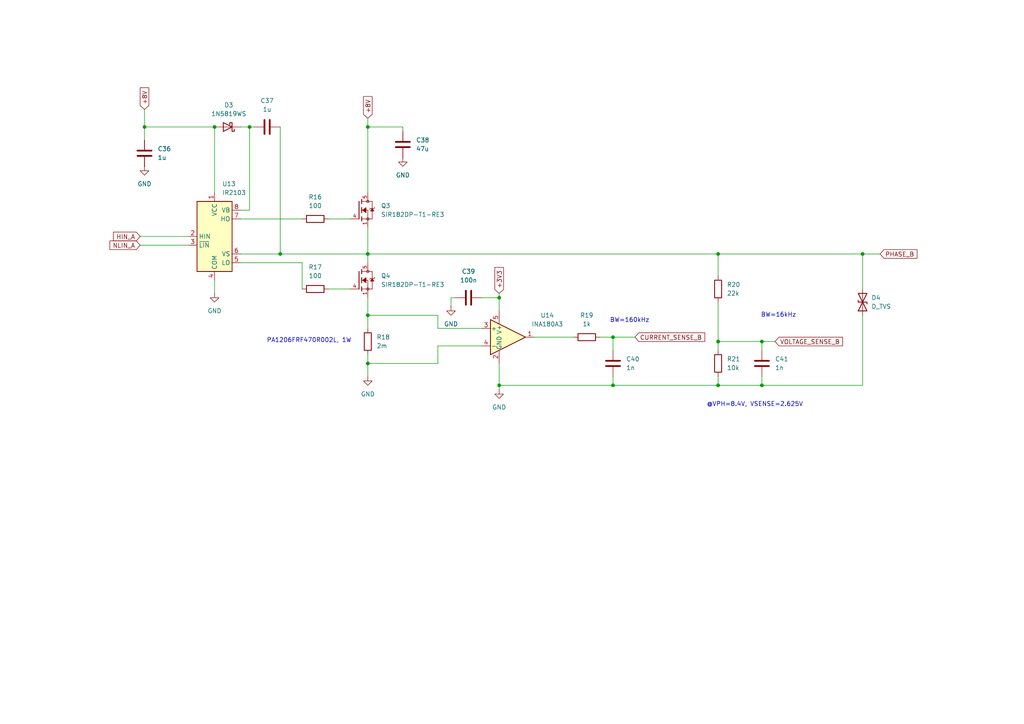
<source format=kicad_sch>
(kicad_sch (version 20231120) (generator "eeschema") (generator_version "8.0")
  (paper "A4")
  (title_block (title "Active Drag System") (company "Rocketry at Virginia Tech"))
  (lib_symbols
    (symbol "Amplifier_Current:INA180A3" (pin_names (offset 0.127))
      (property "Reference" "U" (at 3.81 3.81 0))
      (property "Value" "INA180A3" (at 3.81 -2.54 0))
      (symbol "INA180A3_0_1"
        (polyline (pts (xy 5.08 0) (xy -5.08 5.08) (xy -5.08 -5.08) (xy 5.08 0)) (stroke (width 0.254)) (fill (type background)))
      )
      (symbol "INA180A3_1_1"
        (pin output line (at 7.62 0 180) (length 2.54) (name "~") (number "1"))
        (pin power_in line (at -2.54 -7.62 90) (length 3.81) (name "GND") (number "2"))
        (pin input line (at -7.62 2.54 0) (length 2.54) (name "+") (number "3"))
        (pin input line (at -7.62 -2.54 0) (length 2.54) (name "-") (number "4"))
        (pin power_in line (at -2.54 7.62 270) (length 3.81) (name "V+") (number "5"))
      )
    )
    (symbol "Device:C" (pin_numbers hide) (pin_names (offset 0.254))
      (property "Reference" "C" (at 0.635 2.54 0))
      (property "Value" "C" (at 0.635 -2.54 0))
      (symbol "C_0_1"
        (polyline (pts (xy -2.032 -0.762) (xy 2.032 -0.762)) (stroke (width 0.508)))
        (polyline (pts (xy -2.032 0.762) (xy 2.032 0.762)) (stroke (width 0.508)))
      )
      (symbol "C_1_1"
        (pin passive line (at 0 3.81 270) (length 2.794) (name "~") (number "1"))
        (pin passive line (at 0 -3.81 90) (length 2.794) (name "~") (number "2"))
      )
    )
    (symbol "Device:D_TVS" (pin_numbers hide) (pin_names (offset 1.016) hide)
      (property "Reference" "D" (at 0 2.54 0))
      (property "Value" "D_TVS" (at 0 -2.54 0))
      (symbol "D_TVS_0_1"
        (polyline (pts (xy 1.27 0) (xy -1.27 0)))
        (polyline (pts (xy 0.508 1.27) (xy 0 1.27) (xy 0 -1.27) (xy -0.508 -1.27)) (stroke (width 0.254)))
        (polyline (pts (xy -2.54 1.27) (xy -2.54 -1.27) (xy 2.54 1.27) (xy 2.54 -1.27) (xy -2.54 1.27)) (stroke (width 0.254)))
      )
      (symbol "D_TVS_1_1"
        (pin passive line (at -3.81 0 0) (length 2.54) (name "A1") (number "1"))
        (pin passive line (at 3.81 0 180) (length 2.54) (name "A2") (number "2"))
      )
    )
    (symbol "Device:R" (pin_numbers hide) (pin_names (offset 0))
      (property "Reference" "R" (at 2.032 0 90))
      (property "Value" "R" (at 0 0 90))
      (symbol "R_0_1"
        (rectangle (start -1.016 -2.54) (end 1.016 2.54) (stroke (width 0.254)))
      )
      (symbol "R_1_1"
        (pin passive line (at 0 3.81 270) (length 1.27) (name "~") (number "1"))
        (pin passive line (at 0 -3.81 90) (length 1.27) (name "~") (number "2"))
      )
    )
    (symbol "Diode:1N5819WS" (pin_numbers hide) (pin_names (offset 1.016) hide)
      (property "Reference" "D" (at 0 2.54 0))
      (property "Value" "1N5819WS" (at 0 -2.54 0))
      (symbol "1N5819WS_0_1"
        (polyline (pts (xy 1.27 0) (xy -1.27 0)))
        (polyline (pts (xy 1.27 1.27) (xy 1.27 -1.27) (xy -1.27 0) (xy 1.27 1.27)) (stroke (width 0.254)))
        (polyline (pts (xy -1.905 0.635) (xy -1.905 1.27) (xy -1.27 1.27) (xy -1.27 -1.27) (xy -0.635 -1.27) (xy -0.635 -0.635)) (stroke (width 0.254)))
      )
      (symbol "1N5819WS_1_1"
        (pin passive line (at -3.81 0 0) (length 2.54) (name "K") (number "1"))
        (pin passive line (at 3.81 0 180) (length 2.54) (name "A") (number "2"))
      )
    )
    (symbol "Driver_FET:IR2103"
      (property "Reference" "U" (at 1.27 13.335 0))
      (property "Value" "IR2103" (at 1.27 11.43 0))
      (symbol "IR2103_0_1"
        (rectangle (start -5.08 -10.16) (end 5.08 10.16) (stroke (width 0.254)) (fill (type background)))
      )
      (symbol "IR2103_1_1"
        (pin power_in line (at 0 12.7 270) (length 2.54) (name "VCC") (number "1"))
        (pin input line (at -7.62 0 0) (length 2.54) (name "HIN") (number "2"))
        (pin input line (at -7.62 -2.54 0) (length 2.54) (name "~{LIN}") (number "3"))
        (pin power_in line (at 0 -12.7 90) (length 2.54) (name "COM") (number "4"))
        (pin output line (at 7.62 -7.62 180) (length 2.54) (name "LO") (number "5"))
        (pin passive line (at 7.62 -5.08 180) (length 2.54) (name "VS") (number "6"))
        (pin output line (at 7.62 5.08 180) (length 2.54) (name "HO") (number "7"))
        (pin passive line (at 7.62 7.62 180) (length 2.54) (name "VB") (number "8"))
      )
    )
    (symbol "SIR182DP-T1-RE3:SIR182DP-T1-RE3" (pin_names (offset 1.016))
      (property "Reference" "Q" (at -8.89 2.54 0))
      (property "Value" "SIR182DP-T1-RE3" (at -8.89 -7.62 0))
      (symbol "SIR182DP-T1-RE3_0_0"
        (polyline (pts (xy 0 2.54) (xy 0 -2.54)) (stroke (width 0.254)))
        (polyline (pts (xy 0.762 -2.54) (xy 0.762 -3.175)) (stroke (width 0.254)))
        (polyline (pts (xy 0.762 -1.905) (xy 0.762 -2.54)) (stroke (width 0.254)))
        (polyline (pts (xy 0.762 0) (xy 0.762 -0.762)) (stroke (width 0.254)))
        (polyline (pts (xy 0.762 0) (xy 2.54 0)) (stroke (width 0.1524)))
        (polyline (pts (xy 0.762 0.762) (xy 0.762 0)) (stroke (width 0.254)))
        (polyline (pts (xy 0.762 2.54) (xy 0.762 1.905)) (stroke (width 0.254)))
        (polyline (pts (xy 0.762 2.54) (xy 3.81 2.54)) (stroke (width 0.1524)))
        (polyline (pts (xy 0.762 3.175) (xy 0.762 2.54)) (stroke (width 0.254)))
        (polyline (pts (xy 2.54 -2.54) (xy 0.762 -2.54)) (stroke (width 0.1524)))
        (polyline (pts (xy 2.54 -2.54) (xy 3.81 -2.54)) (stroke (width 0.1524)))
        (polyline (pts (xy 2.54 0) (xy 2.54 -2.54)) (stroke (width 0.1524)))
        (polyline (pts (xy 3.302 0.508) (xy 3.048 0.254)) (stroke (width 0.1524)))
        (polyline (pts (xy 3.81 0.508) (xy 3.302 0.508)) (stroke (width 0.1524)))
        (polyline (pts (xy 3.81 0.508) (xy 3.81 -2.54)) (stroke (width 0.1524)))
        (polyline (pts (xy 3.81 2.54) (xy 3.81 0.508)) (stroke (width 0.1524)))
        (polyline (pts (xy 4.318 0.508) (xy 3.81 0.508)) (stroke (width 0.1524)))
        (polyline (pts (xy 4.572 0.762) (xy 4.318 0.508)) (stroke (width 0.1524)))
        (polyline (pts (xy 1.016 0) (xy 2.032 0.762) (xy 2.032 -0.762) (xy 1.016 0)) (stroke (width 0.1524)) (fill (type outline)))
        (polyline (pts (xy 3.81 0.508) (xy 3.302 -0.254) (xy 4.318 -0.254) (xy 3.81 0.508)) (stroke (width 0.1524)) (fill (type outline)))
        (circle (center 2.54 -2.54) (radius 0.3592))
        (circle (center 2.54 2.54) (radius 0.3592))
        (pin passive line (at 2.54 -5.08 90) (length 2.54) (name "~") (number "1"))
        (pin passive line (at -2.54 -2.54 0) (length 2.54) (name "~") (number "4"))
        (pin passive line (at 2.54 5.08 270) (length 2.54) (name "~") (number "5"))
      )
    )
    (symbol "power:GND" (power) (pin_numbers hide) (pin_names (offset 0) hide)
      (property "Value" "GND" (at 0 -3.81 0))
      (symbol "GND_0_1"
        (polyline (pts (xy 0 0) (xy 0 -1.27) (xy 1.27 -1.27) (xy 0 -2.54) (xy -1.27 -1.27) (xy 0 -1.27)))
      )
      (symbol "GND_1_1"
        (pin power_in line (at 0 0 270) (length 0) (name "~") (number "1"))
      )
    )
  )
  (junction (at 106.68 73.66))
  (junction (at 62.23 36.83))
  (junction (at 177.8 97.79))
  (junction (at 220.98 99.06))
  (junction (at 177.8 111.76))
  (junction (at 81.28 73.66))
  (junction (at 208.28 99.06))
  (junction (at 106.68 91.44))
  (junction (at 72.39 36.83))
  (junction (at 220.98 111.76))
  (junction (at 41.91 36.83))
  (junction (at 250.19 73.66))
  (junction (at 208.28 73.66))
  (junction (at 144.78 86.36))
  (junction (at 144.78 111.76))
  (junction (at 208.28 111.76))
  (junction (at 106.68 36.83))
  (junction (at 106.68 105.41))
  (wire (pts (xy 62.23 81.28) (xy 62.23 85.09)))
  (wire (pts (xy 144.78 111.76) (xy 177.8 111.76)))
  (wire (pts (xy 41.91 31.75) (xy 41.91 36.83)))
  (wire (pts (xy 220.98 101.6) (xy 220.98 99.06)))
  (wire (pts (xy 208.28 99.06) (xy 208.28 101.6)))
  (wire (pts (xy 106.68 105.41) (xy 106.68 109.22)))
  (wire (pts (xy 62.23 36.83) (xy 62.23 55.88)))
  (wire (pts (xy 208.28 109.22) (xy 208.28 111.76)))
  (wire (pts (xy 72.39 36.83) (xy 72.39 60.96)))
  (wire (pts (xy 220.98 99.06) (xy 208.28 99.06)))
  (wire (pts (xy 144.78 111.76) (xy 144.78 113.03)))
  (wire (pts (xy 208.28 87.63) (xy 208.28 99.06)))
  (wire (pts (xy 220.98 109.22) (xy 220.98 111.76)))
  (wire (pts (xy 40.64 68.58) (xy 54.61 68.58)))
  (wire (pts (xy 106.68 73.66) (xy 208.28 73.66)))
  (wire (pts (xy 177.8 97.79) (xy 184.15 97.79)))
  (wire (pts (xy 69.85 76.2) (xy 87.63 76.2)))
  (wire (pts (xy 69.85 60.96) (xy 72.39 60.96)))
  (wire (pts (xy 106.68 91.44) (xy 106.68 95.25)))
  (wire (pts (xy 250.19 83.82) (xy 250.19 73.66)))
  (wire (pts (xy 87.63 76.2) (xy 87.63 83.82)))
  (wire (pts (xy 72.39 36.83) (xy 73.66 36.83)))
  (wire (pts (xy 106.68 105.41) (xy 127 105.41)))
  (wire (pts (xy 116.84 36.83) (xy 116.84 38.1)))
  (wire (pts (xy 139.7 100.33) (xy 127 100.33)))
  (wire (pts (xy 177.8 109.22) (xy 177.8 111.76)))
  (wire (pts (xy 208.28 80.01) (xy 208.28 73.66)))
  (wire (pts (xy 41.91 40.64) (xy 41.91 36.83)))
  (wire (pts (xy 250.19 111.76) (xy 220.98 111.76)))
  (wire (pts (xy 95.25 83.82) (xy 101.6 83.82)))
  (wire (pts (xy 132.08 86.36) (xy 130.81 86.36)))
  (wire (pts (xy 106.68 102.87) (xy 106.68 105.41)))
  (wire (pts (xy 208.28 111.76) (xy 220.98 111.76)))
  (wire (pts (xy 127 95.25) (xy 127 91.44)))
  (wire (pts (xy 220.98 99.06) (xy 224.79 99.06)))
  (wire (pts (xy 106.68 34.29) (xy 106.68 36.83)))
  (wire (pts (xy 144.78 105.41) (xy 144.78 111.76)))
  (wire (pts (xy 177.8 97.79) (xy 177.8 101.6)))
  (wire (pts (xy 69.85 63.5) (xy 87.63 63.5)))
  (wire (pts (xy 40.64 71.12) (xy 54.61 71.12)))
  (wire (pts (xy 173.99 97.79) (xy 177.8 97.79)))
  (wire (pts (xy 41.91 36.83) (xy 62.23 36.83)))
  (wire (pts (xy 154.94 97.79) (xy 166.37 97.79)))
  (wire (pts (xy 106.68 86.36) (xy 106.68 91.44)))
  (wire (pts (xy 95.25 63.5) (xy 101.6 63.5)))
  (wire (pts (xy 139.7 86.36) (xy 144.78 86.36)))
  (wire (pts (xy 106.68 36.83) (xy 106.68 55.88)))
  (wire (pts (xy 144.78 86.36) (xy 144.78 90.17)))
  (wire (pts (xy 144.78 85.09) (xy 144.78 86.36)))
  (wire (pts (xy 106.68 66.04) (xy 106.68 73.66)))
  (wire (pts (xy 106.68 73.66) (xy 106.68 76.2)))
  (wire (pts (xy 250.19 73.66) (xy 255.27 73.66)))
  (wire (pts (xy 139.7 95.25) (xy 127 95.25)))
  (wire (pts (xy 250.19 91.44) (xy 250.19 111.76)))
  (wire (pts (xy 69.85 73.66) (xy 81.28 73.66)))
  (wire (pts (xy 69.85 36.83) (xy 72.39 36.83)))
  (wire (pts (xy 250.19 73.66) (xy 208.28 73.66)))
  (wire (pts (xy 81.28 73.66) (xy 106.68 73.66)))
  (wire (pts (xy 130.81 86.36) (xy 130.81 88.9)))
  (wire (pts (xy 127 100.33) (xy 127 105.41)))
  (wire (pts (xy 208.28 111.76) (xy 177.8 111.76)))
  (wire (pts (xy 106.68 36.83) (xy 116.84 36.83)))
  (wire (pts (xy 106.68 91.44) (xy 127 91.44)))
  (wire (pts (xy 81.28 36.83) (xy 81.28 73.66)))
  (text "PA1206FRF470R002L, 1W" (at 89.662 98.806 0) (effects (font (size 1.27 1.27))))
  (text "BW=16kHz" (at 225.806 91.44 0) (effects (font (size 1.27 1.27))))
  (text "BW=160kHz" (at 182.626 92.964 0) (effects (font (size 1.27 1.27))))
  (text "@VPH=8.4V, VSENSE=2.625V" (at 218.948 117.348 0) (effects (font (size 1.27 1.27))))
  (global_label "+8V" (shape input) (at 106.68 34.29 90) (property "Intersheetrefs" "${INTERSHEET_REFS}" (effects (hide yes))))
  (global_label "PHASE_B" (shape input) (at 255.27 73.66 0) (property "Intersheetrefs" "${INTERSHEET_REFS}" (effects (hide yes))))
  (global_label "CURRENT_SENSE_B" (shape input) (at 184.15 97.79 0) (property "Intersheetrefs" "${INTERSHEET_REFS}" (effects (hide yes))))
  (global_label "VOLTAGE_SENSE_B" (shape input) (at 224.79 99.06 0) (property "Intersheetrefs" "${INTERSHEET_REFS}" (effects (hide yes))))
  (global_label "+8V" (shape input) (at 41.91 31.75 90) (property "Intersheetrefs" "${INTERSHEET_REFS}" (effects (hide yes))))
  (global_label "NLIN_A" (shape input) (at 40.64 71.12 180) (property "Intersheetrefs" "${INTERSHEET_REFS}" (effects (hide yes))))
  (global_label "+3V3" (shape input) (at 144.78 85.09 90) (property "Intersheetrefs" "${INTERSHEET_REFS}" (effects (hide yes))))
  (global_label "HIN_A" (shape input) (at 40.64 68.58 180) (property "Intersheetrefs" "${INTERSHEET_REFS}" (effects (hide yes))))
  (symbol (lib_id "Device:R") (at 91.44 63.5 270) (unit 1)
    (property "Reference" "R16" (at 91.44 57.15 90))
    (property "Value" "100" (at 91.44 59.69 90))
    (property "Description" "Resistor" (effects (hide yes)))
    (instances (project "active-drag-system-pcb" (path "" (reference "R16") (unit 1)) (path "" (reference "R22") (unit 1))))
  )
  (symbol (lib_id "Device:C") (at 77.47 36.83 270) (unit 1)
    (property "Reference" "C37" (at 77.47 29.21 90))
    (property "Value" "1u" (at 77.47 31.75 90))
    (property "Description" "Unpolarized capacitor" (effects (hide yes)))
    (instances (project "active-drag-system-pcb" (path "" (reference "C37") (unit 1)) (path "" (reference "C43") (unit 1))))
  )
  (symbol (lib_id "power:GND") (at 144.78 113.03 0) (unit 1)
    (property "Reference" "#PWR060" (effects (hide yes)))
    (property "Value" "GND" (at 144.78 118.11 0))
    (property "Description" "Power symbol creates a global label with name \"GND\" , ground" (effects (hide yes)))
    (instances (project "active-drag-system-pcb" (path "" (reference "#PWR060") (unit 1)) (path "" (reference "#PWR066") (unit 1))))
  )
  (symbol (lib_id "Device:C") (at 135.89 86.36 270) (unit 1)
    (property "Reference" "C39" (at 135.89 78.74 90))
    (property "Value" "100n" (at 135.89 81.28 90))
    (property "Description" "Unpolarized capacitor" (effects (hide yes)))
    (instances (project "active-drag-system-pcb" (path "" (reference "C39") (unit 1)) (path "" (reference "C45") (unit 1))))
  )
  (symbol (lib_id "SIR182DP-T1-RE3:SIR182DP-T1-RE3") (at 104.14 81.28 0) (unit 1)
    (property "Reference" "Q4" (at 110.49 80.0099 0) (effects (justify left)))
    (property "Value" "SIR182DP-T1-RE3" (at 110.49 82.5499 0) (effects (justify left)))
    (property "Footprint" "SIR182DP-T1-RE3:TRANS_SIR182DP-T1-RE3" (effects (hide yes)))
    (property "PARTREV" "B" (effects (hide yes)))
    (property "MF" "Vishay" (effects (hide yes)))
    (property "STANDARD" "Manufacturer Recommendations" (effects (hide yes)))
    (instances (project "active-drag-system-pcb" (path "" (reference "Q4") (unit 1)) (path "" (reference "Q6") (unit 1))))
  )
  (symbol (lib_id "SIR182DP-T1-RE3:SIR182DP-T1-RE3") (at 104.14 60.96 0) (unit 1)
    (property "Reference" "Q3" (at 110.49 59.6899 0) (effects (justify left)))
    (property "Value" "SIR182DP-T1-RE3" (at 110.49 62.2299 0) (effects (justify left)))
    (property "Footprint" "SIR182DP-T1-RE3:TRANS_SIR182DP-T1-RE3" (effects (hide yes)))
    (property "PARTREV" "B" (effects (hide yes)))
    (property "MF" "Vishay" (effects (hide yes)))
    (property "STANDARD" "Manufacturer Recommendations" (effects (hide yes)))
    (instances (project "active-drag-system-pcb" (path "" (reference "Q3") (unit 1)) (path "" (reference "Q5") (unit 1))))
  )
  (symbol (lib_id "Device:C") (at 177.8 105.41 0) (unit 1)
    (property "Reference" "C40" (at 181.61 104.1399 0) (effects (justify left)))
    (property "Value" "1n" (at 181.61 106.6799 0) (effects (justify left)))
    (property "Description" "Unpolarized capacitor" (effects (hide yes)))
    (instances (project "active-drag-system-pcb" (path "" (reference "C40") (unit 1)) (path "" (reference "C46") (unit 1))))
  )
  (symbol (lib_id "power:GND") (at 116.84 45.72 0) (unit 1)
    (property "Reference" "#PWR058" (effects (hide yes)))
    (property "Value" "GND" (at 116.84 50.8 0))
    (property "Description" "Power symbol creates a global label with name \"GND\" , ground" (effects (hide yes)))
    (instances (project "active-drag-system-pcb" (path "" (reference "#PWR058") (unit 1)) (path "" (reference "#PWR064") (unit 1))))
  )
  (symbol (lib_id "power:GND") (at 41.91 48.26 0) (unit 1)
    (property "Reference" "#PWR055" (effects (hide yes)))
    (property "Value" "GND" (at 41.91 53.34 0))
    (property "Description" "Power symbol creates a global label with name \"GND\" , ground" (effects (hide yes)))
    (instances (project "active-drag-system-pcb" (path "" (reference "#PWR055") (unit 1)) (path "" (reference "#PWR061") (unit 1))))
  )
  (symbol (lib_id "Device:R") (at 106.68 99.06 0) (unit 1)
    (property "Reference" "R18" (at 109.22 97.7899 0) (effects (justify left)))
    (property "Value" "2m" (at 109.22 100.3299 0) (effects (justify left)))
    (property "Description" "Resistor" (effects (hide yes)))
    (instances (project "active-drag-system-pcb" (path "" (reference "R18") (unit 1)) (path "" (reference "R24") (unit 1))))
  )
  (symbol (lib_id "Device:R") (at 170.18 97.79 270) (unit 1)
    (property "Reference" "R19" (at 170.18 91.44 90))
    (property "Value" "1k" (at 170.18 93.98 90))
    (property "Description" "Resistor" (effects (hide yes)))
    (instances (project "active-drag-system-pcb" (path "" (reference "R19") (unit 1)) (path "" (reference "R25") (unit 1))))
  )
  (symbol (lib_id "Diode:1N5819WS") (at 66.04 36.83 180) (unit 1)
    (property "Reference" "D3" (at 66.3575 30.48 0))
    (property "Value" "1N5819WS" (at 66.3575 33.02 0))
    (property "Footprint" "Diode_SMD:D_SOD-323" (effects (hide yes)))
    (property "Datasheet" "https://datasheet.lcsc.com/lcsc/2204281430_Guangdong-Hottech-1N5819WS_C191023.pdf" (effects (hide yes)))
    (property "Description" "40V 600mV@1A 1A SOD-323 Schottky Barrier Diodes, SOD-323" (effects (hide yes)))
    (instances (project "active-drag-system-pcb" (path "" (reference "D3") (unit 1)) (path "" (reference "D5") (unit 1))))
  )
  (symbol (lib_id "Device:C") (at 41.91 44.45 0) (unit 1)
    (property "Reference" "C36" (at 45.72 43.1799 0) (effects (justify left)))
    (property "Value" "1u" (at 45.72 45.7199 0) (effects (justify left)))
    (property "Description" "Unpolarized capacitor" (effects (hide yes)))
    (instances (project "active-drag-system-pcb" (path "" (reference "C36") (unit 1)) (path "" (reference "C42") (unit 1))))
  )
  (symbol (lib_id "Device:C") (at 116.84 41.91 0) (unit 1)
    (property "Reference" "C38" (at 120.65 40.6399 0) (effects (justify left)))
    (property "Value" "47u" (at 120.65 43.1799 0) (effects (justify left)))
    (property "Description" "Unpolarized capacitor" (effects (hide yes)))
    (instances (project "active-drag-system-pcb" (path "" (reference "C38") (unit 1)) (path "" (reference "C44") (unit 1))))
  )
  (symbol (lib_id "Device:C") (at 220.98 105.41 0) (unit 1)
    (property "Reference" "C41" (at 224.79 104.1399 0) (effects (justify left)))
    (property "Value" "1n" (at 224.79 106.6799 0) (effects (justify left)))
    (property "Description" "Unpolarized capacitor" (effects (hide yes)))
    (instances (project "active-drag-system-pcb" (path "" (reference "C41") (unit 1)) (path "" (reference "C47") (unit 1))))
  )
  (symbol (lib_id "Device:R") (at 91.44 83.82 270) (unit 1)
    (property "Reference" "R17" (at 91.44 77.47 90))
    (property "Value" "100" (at 91.44 80.01 90))
    (property "Description" "Resistor" (effects (hide yes)))
    (instances (project "active-drag-system-pcb" (path "" (reference "R17") (unit 1)) (path "" (reference "R23") (unit 1))))
  )
  (symbol (lib_id "power:GND") (at 130.81 88.9 0) (unit 1)
    (property "Reference" "#PWR059" (effects (hide yes)))
    (property "Value" "GND" (at 130.81 93.98 0))
    (property "Description" "Power symbol creates a global label with name \"GND\" , ground" (effects (hide yes)))
    (instances (project "active-drag-system-pcb" (path "" (reference "#PWR059") (unit 1)) (path "" (reference "#PWR065") (unit 1))))
  )
  (symbol (lib_id "Driver_FET:IR2103") (at 62.23 68.58 0) (unit 1)
    (property "Reference" "U13" (at 64.4241 53.34 0) (effects (justify left)))
    (property "Value" "IR2103" (at 64.4241 55.88 0) (effects (justify left)))
    (property "Datasheet" "https://www.infineon.com/dgdl/ir2103.pdf?fileId=5546d462533600a4015355c7b54b166f" (effects (hide yes)))
    (property "Description" "Half-Bridge Driver, 600V, 210/360mA, PDIP-8/SOIC-8" (effects (hide yes)))
    (instances (project "active-drag-system-pcb" (path "" (reference "U13") (unit 1)) (path "" (reference "U15") (unit 1))))
  )
  (symbol (lib_id "Device:D_TVS") (at 250.19 87.63 90) (unit 1)
    (property "Reference" "D4" (at 252.73 86.3599 90) (effects (justify right)))
    (property "Value" "D_TVS" (at 252.73 88.8999 90) (effects (justify right)))
    (property "Description" "Bidirectional transient-voltage-suppression diode" (effects (hide yes)))
    (instances (project "active-drag-system-pcb" (path "" (reference "D4") (unit 1)) (path "" (reference "D6") (unit 1))))
  )
  (symbol (lib_id "Amplifier_Current:INA180A3") (at 147.32 97.79 0) (unit 1)
    (property "Reference" "U14" (at 158.75 91.4714 0))
    (property "Value" "INA180A3" (at 158.75 94.0114 0))
    (property "Footprint" "Package_TO_SOT_SMD:SOT-23-5" (effects (hide yes)))
    (property "Datasheet" "http://www.ti.com/lit/ds/symlink/ina180.pdf" (effects (hide yes)))
    (property "Description" "Current Sense Amplifier, 1 Circuit, Rail-to-Rail, 26V, Gain 100 V/V, SOT-23-5" (effects (hide yes)))
    (instances (project "active-drag-system-pcb" (path "" (reference "U14") (unit 1)) (path "" (reference "U16") (unit 1))))
  )
  (symbol (lib_id "Device:R") (at 208.28 105.41 0) (unit 1)
    (property "Reference" "R21" (at 210.82 104.1399 0) (effects (justify left)))
    (property "Value" "10k" (at 210.82 106.6799 0) (effects (justify left)))
    (property "Description" "Resistor" (effects (hide yes)))
    (instances (project "active-drag-system-pcb" (path "" (reference "R21") (unit 1)) (path "" (reference "R27") (unit 1))))
  )
  (symbol (lib_id "Device:R") (at 208.28 83.82 0) (unit 1)
    (property "Reference" "R20" (at 210.82 82.5499 0) (effects (justify left)))
    (property "Value" "22k" (at 210.82 85.0899 0) (effects (justify left)))
    (property "Description" "Resistor" (effects (hide yes)))
    (instances (project "active-drag-system-pcb" (path "" (reference "R20") (unit 1)) (path "" (reference "R26") (unit 1))))
  )
  (symbol (lib_id "power:GND") (at 106.68 109.22 0) (unit 1)
    (property "Reference" "#PWR057" (effects (hide yes)))
    (property "Value" "GND" (at 106.68 114.3 0))
    (property "Description" "Power symbol creates a global label with name \"GND\" , ground" (effects (hide yes)))
    (instances (project "active-drag-system-pcb" (path "" (reference "#PWR057") (unit 1)) (path "" (reference "#PWR063") (unit 1))))
  )
  (symbol (lib_id "power:GND") (at 62.23 85.09 0) (unit 1)
    (property "Reference" "#PWR056" (effects (hide yes)))
    (property "Value" "GND" (at 62.23 90.17 0))
    (property "Description" "Power symbol creates a global label with name \"GND\" , ground" (effects (hide yes)))
    (instances (project "active-drag-system-pcb" (path "" (reference "#PWR056") (unit 1)) (path "" (reference "#PWR062") (unit 1))))
  )
)
</source>
